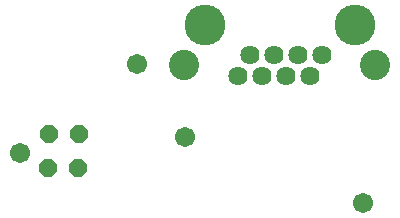
<source format=gbr>
G04 EAGLE Gerber X2 export*
%TF.Part,Single*%
%TF.FileFunction,Soldermask,Bot,1*%
%TF.FilePolarity,Negative*%
%TF.GenerationSoftware,Autodesk,EAGLE,8.6.3*%
%TF.CreationDate,2019-03-24T10:02:58Z*%
G75*
%MOMM*%
%FSLAX34Y34*%
%LPD*%
%AMOC8*
5,1,8,0,0,1.08239X$1,22.5*%
G01*
%ADD10P,1.649562X8X202.500000*%
%ADD11C,3.454400*%
%ADD12C,1.625600*%
%ADD13C,2.565400*%
%ADD14C,1.703200*%


D10*
X668000Y669700D03*
X642600Y669700D03*
X667500Y640600D03*
X642100Y640600D03*
D11*
X901700Y762000D03*
X774700Y762000D03*
D12*
X873760Y736600D03*
X863600Y718820D03*
X853440Y736600D03*
X843280Y718820D03*
X833120Y736600D03*
X822960Y718820D03*
X812800Y736600D03*
X802640Y718820D03*
D13*
X757174Y727710D03*
X919226Y727710D03*
D14*
X717000Y729000D03*
X758000Y667500D03*
X909000Y611500D03*
X618000Y654000D03*
M02*

</source>
